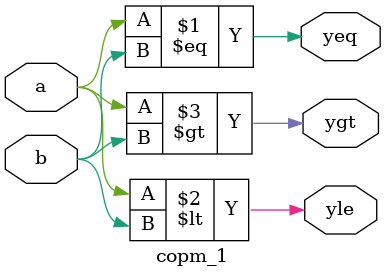
<source format=v>
`timescale 1ns / 1ps


module copm_1(
    input a,
    input b,
    output yeq,yle,ygt
    );
    assign yeq=a==b;
    assign yle=a<b;
    assign ygt=a>b;
endmodule

</source>
